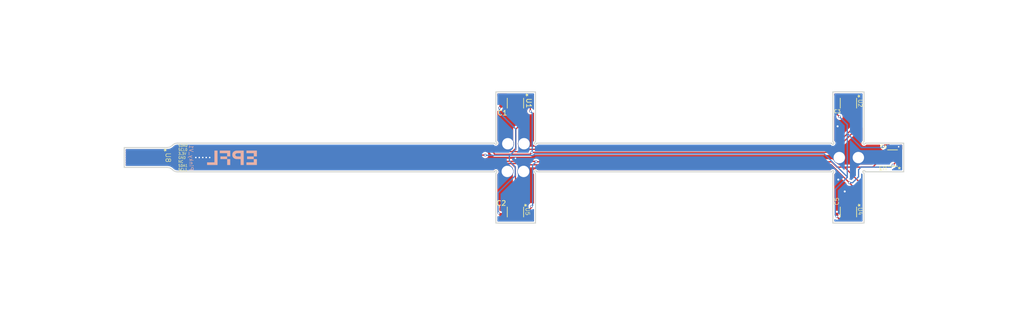
<source format=kicad_pcb>
(kicad_pcb (version 20221018) (generator pcbnew)
  (layers (0 "F.Cu" signal) (31 "B.Cu" signal) (34 "B.Paste" user) (35 "F.Paste" user) (36 "B.SilkS" user "B.Silkscreen") (37 "F.SilkS" user "F.Silkscreen") (38 "B.Mask" user) (39 "F.Mask" user) (44 "Edge.Cuts" user))
  (net 0 "")
  (net 1 "+3V3")
  (net 2 "/SDA1")
  (net 3 "/SCL1")
  (net 4 "/SCL0")
  (net 5 "/SDA0")
  (net 6 "GND")
  (footprint "MasterThesis_library:TMAG5273A2" (layer "F.Cu") (at 141.079999 129.264 -90)
    (fp_text reference "U5" (at -0.1 -2.45 -90 unlocked) (layer "F.SilkS") (effects (font (size 0.8 0.8) (thickness 0.1))))
    (fp_text value "TMAG5273A2QDBVR" hide)
    (fp_text user "*" (at -1.365249 -2.33 90) (layer "F.SilkS"))
    (fp_line (start -1.0033 1.651) (end 1.0033 1.651) (stroke (width 0.1524)) (layer "F.SilkS"))
    (fp_line (start 1.0033 -1.651) (end -1.0033 -1.651) (stroke (width 0.1524)) (layer "F.SilkS"))
    (pad "1" smd rect locked (at -1.36525 -0.950001 270) (size 0.9779 0.5588) (layers "F.Cu" "F.Paste" "F.Mask") (net 3 "/SCL1"))
    (pad "2" smd rect locked (at -1.36525 0 270) (size 0.9779 0.5588) (layers "F.Cu" "F.Paste" "F.Mask") (net 6 "GND"))
    (pad "3" smd rect locked (at -1.36525 0.950001 270) (size 0.9779 0.5588) (layers "F.Cu" "F.Paste" "F.Mask") (net 6 "GND"))
    (pad "4" smd rect locked (at 1.36525 0.950001 270) (size 0.9779 0.5588) (layers "F.Cu" "F.Paste" "F.Mask") (net 1 "+3V3"))
    (pad "5" smd rect locked (at 1.36525 0 270) (size 0.9779 0.5588) (layers "F.Cu" "F.Paste" "F.Mask") (net 6 "GND"))
    (pad "6" smd rect locked (at 1.36525 -0.950001 270) (size 0.9779 0.5588) (layers "F.Cu" "F.Paste" "F.Mask") (net 2 "/SDA1"))
  )
  (footprint "Capacitor_SMD:C_0402_1005Metric_Pad0.74x0.62mm_HandSolder" (layer "F.Cu") (at 138.129999 107.264 90)
    (fp_text reference "C1" (at -1.97 0.31 180) (layer "F.SilkS"))
    (fp_text value "0.1uF")
    (pad "1" smd roundrect (at -0.5675 0 90) (size 0.735 0.62) (layers "F.Cu" "F.Paste" "F.Mask") (net 1 "+3V3"))
    (pad "2" smd roundrect (at 0.5675 0 90) (size 0.735 0.62) (layers "F.Cu" "F.Paste" "F.Mask") (net 6 "GND"))
  )
  (footprint "Capacitor_SMD:C_0402_1005Metric_Pad0.74x0.62mm_HandSolder" (layer "F.Cu") (at 217.18 116.004)
    (fp_text reference "C4" (at -1.8 0.06 180) (layer "F.SilkS") (effects (font (size 0.7 0.7) (thickness 0.1))))
    (fp_text value "0.1uF")
    (pad "1" smd roundrect (at -0.5675 0) (size 0.735 0.62) (layers "F.Cu" "F.Paste" "F.Mask") (net 1 "+3V3"))
    (pad "2" smd roundrect (at 0.5675 0) (size 0.735 0.62) (layers "F.Cu" "F.Paste" "F.Mask") (net 6 "GND"))
  )
  (footprint "MasterThesis_library:TMAG5273A2" (layer "F.Cu") (at 217.18 118.364 180)
    (fp_text reference "U3" (at 1.93 -2.01 180 unlocked) (layer "F.SilkS") (effects (font (size 0.8 0.8) (thickness 0.1))))
    (fp_text value "TMAG5273A2QDBVR" hide)
    (fp_text user "*" (at -1.365249 -2.33) (layer "F.SilkS"))
    (fp_line (start -1.0033 1.651) (end 1.0033 1.651) (stroke (width 0.1524)) (layer "F.SilkS"))
    (fp_line (start 1.0033 -1.651) (end -1.0033 -1.651) (stroke (width 0.1524)) (layer "F.SilkS"))
    (pad "1" smd rect locked (at -1.36525 -0.950001 180) (size 0.9779 0.5588) (layers "F.Cu" "F.Paste" "F.Mask") (net 3 "/SCL1"))
    (pad "2" smd rect locked (at -1.36525 0 180) (size 0.9779 0.5588) (layers "F.Cu" "F.Paste" "F.Mask") (net 6 "GND"))
    (pad "3" smd rect locked (at -1.36525 0.950001 180) (size 0.9779 0.5588) (layers "F.Cu" "F.Paste" "F.Mask") (net 6 "GND"))
    (pad "4" smd rect locked (at 1.36525 0.950001 180) (size 0.9779 0.5588) (layers "F.Cu" "F.Paste" "F.Mask") (net 1 "+3V3"))
    (pad "5" smd rect locked (at 1.36525 0 180) (size 0.9779 0.5588) (layers "F.Cu" "F.Paste" "F.Mask") (net 6 "GND"))
    (pad "6" smd rect locked (at 1.36525 -0.950001 180) (size 0.9779 0.5588) (layers "F.Cu" "F.Paste" "F.Mask") (net 2 "/SDA1"))
  )
  (footprint "Capacitor_SMD:C_0402_1005Metric_Pad0.74x0.62mm_HandSolder" (layer "F.Cu") (at 138.129999 129.264 90)
    (fp_text reference "C2" (at 1.78 0.08) (layer "F.SilkS"))
    (fp_text value "0.1uF")
    (pad "1" smd roundrect locked (at -0.5675 0 90) (size 0.735 0.62) (layers "F.Cu" "F.Paste" "F.Mask") (net 1 "+3V3"))
    (pad "2" smd roundrect locked (at 0.5675 0 90) (size 0.735 0.62) (layers "F.Cu" "F.Paste" "F.Mask") (net 6 "GND"))
  )
  (footprint "MasterThesis_library:TMAG5273A2" (layer "F.Cu") (at 208.28 129.264 -90)
    (fp_text reference "U4" hide)
    (fp_text value "TMAG5273A2QDBVR" hide)
    (fp_text user "*" (at -1.36525 -2.47 -270) (layer "F.SilkS"))
    (fp_line (start -1.0033 1.651) (end 1.0033 1.651) (stroke (width 0.1524)) (layer "F.SilkS"))
    (fp_line (start 1.0033 -1.651) (end -1.0033 -1.651) (stroke (width 0.1524)) (layer "F.SilkS"))
    (pad "1" smd rect locked (at -1.36525 -0.950001 270) (size 0.9779 0.5588) (layers "F.Cu" "F.Paste" "F.Mask") (net 3 "/SCL1"))
    (pad "2" smd rect locked (at -1.36525 0 270) (size 0.9779 0.5588) (layers "F.Cu" "F.Paste" "F.Mask") (net 6 "GND"))
    (pad "3" smd rect locked (at -1.36525 0.950001 270) (size 0.9779 0.5588) (layers "F.Cu" "F.Paste" "F.Mask") (net 6 "GND"))
    (pad "4" smd rect locked (at 1.36525 0.950001 270) (size 0.9779 0.5588) (layers "F.Cu" "F.Paste" "F.Mask") (net 1 "+3V3"))
    (pad "5" smd rect locked (at 1.36525 0 270) (size 0.9779 0.5588) (layers "F.Cu" "F.Paste" "F.Mask") (net 6 "GND"))
    (pad "6" smd rect locked (at 1.36525 -0.950001 270) (size 0.9779 0.5588) (layers "F.Cu" "F.Paste" "F.Mask") (net 2 "/SDA1"))
  )
  (footprint "MasterThesis_library:7Pin_FingerConnector_for 0527450797" (layer "F.Cu") (at 62.43 116.564 -90)
    (fp_text reference "U8" (at 1.7 -8.55 -90 unlocked) (layer "F.SilkS") (effects (font (thickness 0.1))))
    (fp_text value "~" hide)
    (fp_text user "*" (at 0.18 -8.27 90) (layer "F.SilkS"))
    (pad "1" smd rect (at 0.2 -2 270) (size 0.3 4) (layers "F.Cu" "F.Paste" "F.Mask") (net 5 "/SDA0"))
    (pad "2" smd rect (at 0.7 -2 270) (size 0.3 4) (layers "F.Cu" "F.Paste" "F.Mask") (net 4 "/SCL0"))
    (pad "3" smd rect (at 1.2 -2 270) (size 0.3 4) (layers "F.Cu" "F.Paste" "F.Mask") (net 1 "+3V3"))
    (pad "4" smd rect (at 1.7 -2 270) (size 0.3 4) (layers "F.Cu" "F.Paste" "F.Mask") (net 6 "GND"))
    (pad "5" smd rect (at 2.2 -2 270) (size 0.3 4) (layers "F.Cu" "F.Paste" "F.Mask"))
    (pad "6" smd rect (at 2.7 -2 270) (size 0.3 4) (layers "F.Cu" "F.Paste" "F.Mask") (net 2 "/SDA1"))
    (pad "7" smd rect (at 3.2 -2 270) (size 0.3 4) (layers "F.Cu" "F.Paste" "F.Mask") (net 3 "/SCL1"))
  )
  (footprint "Capacitor_SMD:C_0402_1005Metric_Pad0.74x0.62mm_HandSolder" (layer "F.Cu") (at 205.884999 107.214 90)
    (fp_text reference "C3" (at -1.71 0.145002 180) (layer "F.SilkS") (effects (font (size 0.7 0.7) (thickness 0.1))))
    (fp_text value "0.1uF")
    (pad "1" smd roundrect (at -0.5675 0 90) (size 0.735 0.62) (layers "F.Cu" "F.Paste" "F.Mask") (net 1 "+3V3"))
    (pad "2" smd roundrect (at 0.5675 0 90) (size 0.735 0.62) (layers "F.Cu" "F.Paste" "F.Mask") (net 6 "GND"))
  )
  (footprint "MasterThesis_library:TMAG5273A2" (layer "F.Cu") (at 141.079999 107.264 -90)
    (fp_text reference "U1" (at 0 -2.7 -90 unlocked) (layer "F.SilkS"))
    (fp_text value "TMAG5273A2QDBVR" hide)
    (fp_text user "*" (at -1.65 -2.630001 90) (layer "F.SilkS"))
    (fp_line (start -1.0033 1.651) (end 1.0033 1.651) (stroke (width 0.1524)) (layer "F.SilkS"))
    (fp_line (start 1.0033 -1.651) (end -1.0033 -1.651) (stroke (width 0.1524)) (layer "F.SilkS"))
    (pad "1" smd rect locked (at -1.36525 -0.950001 270) (size 0.9779 0.5588) (layers "F.Cu" "F.Paste" "F.Mask") (net 4 "/SCL0"))
    (pad "2" smd rect locked (at -1.36525 0 270) (size 0.9779 0.5588) (layers "F.Cu" "F.Paste" "F.Mask") (net 6 "GND"))
    (pad "3" smd rect locked (at -1.36525 0.950001 270) (size 0.9779 0.5588) (layers "F.Cu" "F.Paste" "F.Mask") (net 6 "GND"))
    (pad "4" smd rect locked (at 1.36525 0.950001 270) (size 0.9779 0.5588) (layers "F.Cu" "F.Paste" "F.Mask") (net 1 "+3V3"))
    (pad "5" smd rect locked (at 1.36525 0 270) (size 0.9779 0.5588) (layers "F.Cu" "F.Paste" "F.Mask") (net 6 "GND"))
    (pad "6" smd rect locked (at 1.36525 -0.950001 270) (size 0.9779 0.5588) (layers "F.Cu" "F.Paste" "F.Mask") (net 5 "/SDA0"))
  )
  (footprint "MasterThesis_library:TMAG5273A2" (layer "F.Cu") (at 208.28 107.264 -90)
    (fp_text reference "U2" (at 0.01 -2.390001 -90 unlocked) (layer "F.SilkS") (effects (font (size 0.8 0.8) (thickness 0.1))))
    (fp_text value "TMAG5273A2QDBVR" hide)
    (fp_text user "*" (at -1.41 -2.420001 90) (layer "F.SilkS"))
    (fp_line (start -1.0033 1.651) (end 1.0033 1.651) (stroke (width 0.1524)) (layer "F.SilkS"))
    (fp_line (start 1.0033 -1.651) (end -1.0033 -1.651) (stroke (width 0.1524)) (layer "F.SilkS"))
    (pad "1" smd rect locked (at -1.36525 -0.950001 270) (size 0.9779 0.5588) (layers "F.Cu" "F.Paste" "F.Mask") (net 4 "/SCL0"))
    (pad "2" smd rect locked (at -1.36525 0 270) (size 0.9779 0.5588) (layers "F.Cu" "F.Paste" "F.Mask") (net 6 "GND"))
    (pad "3" smd rect locked (at -1.36525 0.950001 270) (size 0.9779 0.5588) (layers "F.Cu" "F.Paste" "F.Mask") (net 6 "GND"))
    (pad "4" smd rect locked (at 1.36525 0.950001 270) (size 0.9779 0.5588) (layers "F.Cu" "F.Paste" "F.Mask") (net 1 "+3V3"))
    (pad "5" smd rect locked (at 1.36525 0 270) (size 0.9779 0.5588) (layers "F.Cu" "F.Paste" "F.Mask") (net 6 "GND"))
    (pad "6" smd rect locked (at 1.36525 -0.950001 270) (size 0.9779 0.5588) (layers "F.Cu" "F.Paste" "F.Mask") (net 5 "/SDA0"))
  )
  (footprint "Capacitor_SMD:C_0402_1005Metric_Pad0.74x0.62mm_HandSolder" (layer "F.Cu") (at 205.930001 129.214 90)
    (fp_text reference "C5" (at 2.1 0 270) (layer "F.SilkS") (effects (font (size 0.8 0.8) (thickness 0.1))))
    (fp_text value "0.1uF")
    (pad "1" smd roundrect (at -0.5675 0 90) (size 0.735 0.62) (layers "F.Cu" "F.Paste" "F.Mask") (net 1 "+3V3"))
    (pad "2" smd roundrect (at 0.5675 0 90) (size 0.735 0.62) (layers "F.Cu" "F.Paste" "F.Mask") (net 6 "GND"))
  )
  (footprint "LOGO" (layer "B.Cu") (at 83.873722 118.289414 180)
    (fp_text reference "G***" hide)
    (fp_text value "LOGO" hide)
    (fp_poly (pts (xy 0.975206 -0.878347) (xy 0.975206 -1.473974) (xy 0.6625 -1.473974) (xy 0.349794 -1.473974) (xy 0.3517 -0.88029) (xy 0.353605 -0.286606) (xy 0.664406 -0.284663) (xy 0.975206 -0.28272)) (fill solid) (layer "B.SilkS"))
    (fp_poly (pts (xy 2.337515 -0.014888) (xy 2.337515 -0.282884) (xy 1.660083 -0.282884) (xy 0.98265 -0.282884) (xy 0.98265 -0.014888) (xy 0.98265 0.253107) (xy 1.660083 0.253107) (xy 2.337515 0.253107)) (fill solid) (layer "B.SilkS"))
    (fp_poly (pts (xy -2.910726 1.176202) (xy -2.910726 0.908207) (xy -3.651436 0.908207) (xy -4.392145 0.908207) (xy -4.392145 0.580657) (xy -4.392145 0.253107) (xy -4.708528 0.253107) (xy -5.024912 0.253107) (xy -5.024912 0.848652) (xy -5.024912 1.444197) (xy -3.967819 1.444197) (xy -2.910726 1.444197)) (fill solid) (layer "B.SilkS"))
    (fp_poly (pts (xy 2.464068 1.176202) (xy 2.464068 0.908207) (xy 1.723359 0.908207) (xy 0.98265 0.908207) (xy 0.98265 0.580657) (xy 0.98265 0.253107) (xy 0.666267 0.253107) (xy 0.349883 0.253107) (xy 0.349883 0.848652) (xy 0.349883 1.444197) (xy 1.406976 1.444197) (xy 2.464068 1.444197)) (fill solid) (layer "B.SilkS"))
    (fp_poly (pts (xy 3.550938 0.253107) (xy 3.550938 -0.937983) (xy 4.291648 -0.937983) (xy 5.032357 -0.937983) (xy 5.032357 -1.205979) (xy 5.032357 -1.473974) (xy 3.975264 -1.473974) (xy 2.918172 -1.473974) (xy 2.918172 -0.014888) (xy 2.918172 1.444197) (xy 3.234555 1.444197) (xy 3.550938 1.444197)) (fill solid) (layer "B.SilkS"))
    (fp_poly (pts (xy -3.03728 -0.014888) (xy -3.03728 -0.282884) (xy -3.714712 -0.282884) (xy -4.392145 -0.282884) (xy -4.392145 -0.610433) (xy -4.392145 -0.937983) (xy -3.651436 -0.937983) (xy -2.910726 -0.937983) (xy -2.910726 -1.205979) (xy -2.910726 -1.473974) (xy -3.967819 -1.473974) (xy -5.024912 -1.473974) (xy -5.024912 -0.878429) (xy -5.024912 -0.282884) (xy -4.708528 -0.282884) (xy -4.392145 -0.282884) (xy -4.392145 -0.014888) (xy -4.392145 0.253107) (xy -3.714712 0.253107) (xy -3.03728 0.253107)) (fill solid) (layer "B.SilkS"))
    (fp_poly (pts (xy -1.620999 1.442316) (xy -1.497265 1.441883) (xy -1.387492 1.441446) (xy -1.290756 1.440988) (xy -1.20613 1.440492) (xy -1.132687 1.439941) (xy -1.069501 1.439317) (xy -1.015645 1.438603) (xy -0.970194 1.437782) (xy -0.932221 1.436838) (xy -0.9008 1.435752) (xy -0.875004 1.434508) (xy -0.853907 1.433088) (xy -0.836583 1.431477) (xy -0.822106 1.429655) (xy -0.809548 1.427607) (xy -0.807708 1.427266) (xy -0.688658 1.399063) (xy -0.577581 1.360831) (xy -0.475426 1.313106) (xy -0.38314 1.256421) (xy -0.301672 1.191311) (xy -0.231969 1.118309) (xy -0.21023 1.090592) (xy -0.163075 1.016104) (xy -0.123622 0.931174) (xy -0.092545 0.838489) (xy -0.070522 0.740733) (xy -0.058228 0.640593) (xy -0.056341 0.540755) (xy -0.059493 0.491973) (xy -0.075932 0.38165) (xy -0.103571 0.277803) (xy -0.141868 0.182068) (xy -0.190281 0.096082) (xy -0.191065 0.0949) (xy -0.250646 0.018344) (xy -0.322623 -0.051368) (xy -0.40582 -0.113516) (xy -0.499062 -0.167376) (xy -0.601171 -0.212228) (xy -0.710973 -0.247348) (xy -0.771977 -0.261788) (xy -0.789252 -0.265298) (xy -0.805766 -0.268293) (xy -0.822843 -0.270823) (xy -0.841808 -0.272936) (xy -0.863986 -0.274682) (xy -0.890701 -0.276109) (xy -0.923279 -0.277265) (xy -0.963042 -0.278201) (xy -1.011317 -0.278965) (xy -1.069428 -0.279605) (xy -1.138699 -0.280171) (xy -1.220455 -0.280711) (xy -1.297171 -0.281166) (xy -1.741969 -0.283737) (xy -1.741969 -0.878855) (xy -1.741969 -1.473974) (xy -2.05463 -1.473974) (xy -2.367291 -1.473974) (xy -2.367291 -0.014586) (xy -2.367291 0.908207) (xy -1.749413 0.908207) (xy -1.749413 0.579841) (xy -1.749413 0.251475) (xy -1.39767 0.255159) (xy -1.314525 0.256078) (xy -1.244759 0.256987) (xy -1.186863 0.257954) (xy -1.139326 0.259044) (xy -1.100639 0.260325) (xy -1.069292 0.261864) (xy -1.043777 0.263727) (xy -1.022582 0.265981) (xy -1.0042 0.268693) (xy -0.987119 0.27193) (xy -0.978927 0.273692) (xy -0.903151 0.294027) (xy -0.84021 0.318929) (xy -0.788522 0.349246) (xy -0.746504 0.385826) (xy -0.727149 0.408651) (xy -0.7033 0.443845) (xy -0.687556 0.478093) (xy -0.67851 0.516006) (xy -0.674751 0.562195) (xy -0.674424 0.581134) (xy -0.674651 0.615864) (xy -0.676471 0.640834) (xy -0.680897 0.661161) (xy -0.688943 0.681964) (xy -0.69829 0.701619) (xy -0.731688 0.753078) (xy -0.777471 0.798375) (xy -0.834003 0.836359) (xy -0.899647 0.865877) (xy -0.954219 0.881847) (xy -0.986809 0.887471) (xy -1.032906 0.892558) (xy -1.091137 0.897041) (xy -1.160128 0.900858) (xy -1.238505 0.903943) (xy -1.324894 0.906233) (xy -1.417922 0.907663) (xy -1.516215 0.908168) (xy -1.516779 0.908168) (xy -1.749413 0.908207) (xy -2.367291 0.908207) (xy -2.367291 1.444802)) (fill solid) (layer "B.SilkS"))
  )
  (gr_line (start 204.879997 121.144002) (end 145.379998 121.144002) (stroke (width 0.2)) (layer "Edge.Cuts"))
  (gr_line (start 137.129997 104.994002) (end 145.129998 104.994003) (stroke (width 0.2)) (layer "Edge.Cuts"))
  (gr_arc (start 205.129998 115.094002) (mid 205.306775 115.52078) (end 204.879997 115.344003) (stroke (width 0.2)) (layer "Edge.Cuts"))
  (gr_line (start 145.129998 104.994003) (end 145.129998 115.094002) (stroke (width 0.2)) (layer "Edge.Cuts"))
  (gr_line (start 137.129997 131.494003) (end 137.129998 121.394003) (stroke (width 0.2)) (layer "Edge.Cuts"))
  (gr_line (start 211.429997 104.994002) (end 211.429998 115.094002) (stroke (width 0.2)) (layer "Edge.Cuts"))
  (gr_arc (start 145.379998 115.344003) (mid 144.953221 115.52078) (end 145.129998 115.094002) (stroke (width 0.2)) (layer "Edge.Cuts"))
  (gr_line (start 145.379998 115.344003) (end 204.879997 115.344003) (stroke (width 0.2)) (layer "Edge.Cuts"))
  (gr_arc (start 137.129998 115.094002) (mid 137.306775 115.52078) (end 136.879997 115.344003) (stroke (width 0.2)) (layer "Edge.Cuts"))
  (gr_line (start 219.429998 115.344003) (end 219.429998 121.144002) (stroke (width 0.2)) (layer "Edge.Cuts"))
  (gr_line (start 145.129998 121.394003) (end 145.129998 131.494002) (stroke (width 0.2)) (layer "Edge.Cuts"))
  (gr_line (start 205.129998 115.094002) (end 205.129998 104.994003) (stroke (width 0.2)) (layer "Edge.Cuts"))
  (gr_line (start 145.129998 131.494002) (end 137.129997 131.494003) (stroke (width 0.2)) (layer "Edge.Cuts"))
  (gr_arc (start 211.679998 115.344002) (mid 211.253219 115.520779) (end 211.429998 115.094002) (stroke (width 0.2)) (layer "Edge.Cuts"))
  (gr_line (start 62.129997 116.244002) (end 70.755225 116.244002) (stroke (width 0.2)) (layer "Edge.Cuts"))
  (gr_arc (start 211.429997 121.394002) (mid 211.253222 120.967225) (end 211.679997 121.144002) (stroke (width 0.2)) (layer "Edge.Cuts"))
  (gr_arc (start 145.129998 121.394003) (mid 144.953221 120.967225) (end 145.379998 121.144002) (stroke (width 0.2)) (layer "Edge.Cuts"))
  (gr_line (start 205.129998 104.994003) (end 211.429997 104.994002) (stroke (width 0.2)) (layer "Edge.Cuts"))
  (gr_line (start 211.429997 131.494003) (end 205.129998 131.494002) (stroke (width 0.2)) (layer "Edge.Cuts"))
  (gr_line (start 219.429998 121.144002) (end 211.679997 121.144002) (stroke (width 0.2)) (layer "Edge.Cuts"))
  (gr_arc (start 71.826439 115.794003) (mid 72.316706 115.46107) (end 72.897654 115.344003) (stroke (width 0.2)) (layer "Edge.Cuts"))
  (gr_line (start 72.897654 115.344003) (end 136.879997 115.344003) (stroke (width 0.2)) (layer "Edge.Cuts"))
  (gr_line (start 62.129997 120.244002) (end 62.129997 116.244002) (stroke (width 0.2)) (layer "Edge.Cuts"))
  (gr_arc (start 72.897654 121.144002) (mid 72.316706 121.026935) (end 71.826439 120.694002) (stroke (width 0.2)) (layer "Edge.Cuts"))
  (gr_line (start 70.755225 120.244002) (end 62.129997 120.244002) (stroke (width 0.2)) (layer "Edge.Cuts"))
  (gr_line (start 211.679998 115.344002) (end 219.429998 115.344003) (stroke (width 0.2)) (layer "Edge.Cuts"))
  (gr_line (start 137.129998 115.094002) (end 137.129997 104.994002) (stroke (width 0.2)) (layer "Edge.Cuts"))
  (gr_line (start 136.879997 121.144002) (end 72.897654 121.144002) (stroke (width 0.2)) (layer "Edge.Cuts"))
  (gr_line (start 211.429997 121.394002) (end 211.429997 131.494003) (stroke (width 0.2)) (layer "Edge.Cuts"))
  (gr_arc (start 204.879997 121.144002) (mid 205.306775 120.967225) (end 205.129998 121.394003) (stroke (width 0.2)) (layer "Edge.Cuts"))
  (gr_line (start 205.129998 131.494002) (end 205.129998 121.394003) (stroke (width 0.2)) (layer "Edge.Cuts"))
  (gr_arc (start 70.755225 120.244002) (mid 71.336166 120.361079) (end 71.826439 120.694002) (stroke (width 0.2)) (layer "Edge.Cuts"))
  (gr_arc (start 71.826439 115.794003) (mid 71.336172 116.126935) (end 70.755225 116.244002) (stroke (width 0.2)) (layer "Edge.Cuts"))
  (gr_arc (start 136.879997 121.144002) (mid 137.306775 120.967225) (end 137.129998 121.394003) (stroke (width 0.2)) (layer "Edge.Cuts"))
  (gr_text "Pinky_V1" (at 75.173724 120.983524 270) (layer "B.SilkS") (effects (font (size 0.8 0.8) (thickness 0.1)) (justify left bottom mirror)))
  (gr_text "U4" (at 210.64 129.114 270) (layer "F.SilkS") (effects (font (size 0.8 0.8) (thickness 0.1))))
  (gr_text "SDA0\nSCL0\n3.3V\nGND\nNC\nSDA1\nSCL1\n" (at 72.973724 120.989415) (layer "F.SilkS") (effects (font (size 0.5 0.5) (thickness 0.075) bold) (justify left bottom)))
  (segment (start 72.849999 117.754) (end 64.449999 117.754) (width 0.25) (layer "F.Cu") (net 1))
  (segment (start 216.4425 115.714) (end 215.599501 115.714) (width 0.25) (layer "F.Cu") (net 1))
  (segment (start 73.149999 117.454) (end 72.849999 117.754) (width 0.25) (layer "F.Cu") (net 1))
  (segment (start 216.6225 116.61625) (end 216.6225 115.894) (width 0.25) (layer "F.Cu") (net 1))
  (segment (start 138.129999 107.8315) (end 137.85 108.111499) (width 0.25) (layer "F.Cu") (net 1))
  (segment (start 138.129999 129.8315) (end 139.332248 129.8315) (width 0.25) (layer "F.Cu") (net 1))
  (segment (start 137.709999 129.484) (end 137.782499 129.484) (width 0.25) (layer "F.Cu") (net 1))
  (segment (start 137.782499 129.484) (end 138.129999 129.8315) (width 0.25) (layer "F.Cu") (net 1))
  (segment (start 79.669999 117.454) (end 73.149999 117.454) (width 0.25) (layer "F.Cu") (net 1))
  (segment (start 216.6225 115.894) (end 216.4425 115.714) (width 0.25) (layer "F.Cu") (net 1))
  (segment (start 207.339999 108.57925) (end 206.542249 107.7815) (width 0.25) (layer "F.Cu") (net 1))
  (segment (start 207.339999 130.57925) (end 206.325251 130.57925) (width 0.25) (layer "F.Cu") (net 1))
  (segment (start 206.542249 107.7815) (end 205.884999 107.7815) (width 0.25) (layer "F.Cu") (net 1))
  (segment (start 139.332248 107.8315) (end 140.129998 108.62925) (width 0.25) (layer "F.Cu") (net 1))
  (segment (start 215.874751 117.363999) (end 216.6225 116.61625) (width 0.25) (layer "F.Cu") (net 1))
  (segment (start 134.969999 117.764) (end 79.979999 117.764) (width 0.25) (layer "F.Cu") (net 1))
  (segment (start 139.332248 129.8315) (end 140.129998 130.62925) (width 0.25) (layer "F.Cu") (net 1))
  (segment (start 138.129999 107.8315) (end 139.332248 107.8315) (width 0.25) (layer "F.Cu") (net 1))
  (segment (start 206.325251 130.57925) (end 205.930001 130.184) (width 0.25) (layer "F.Cu") (net 1))
  (segment (start 79.979999 117.764) (end 79.669999 117.454) (width 0.25) (layer "F.Cu") (net 1))
  (segment (start 205.680001 109.214) (end 206.470001 110.004) (width 0.25) (layer "F.Cu") (net 1))
  (segment (start 205.884999 107.7815) (end 205.680001 107.986498) (width 0.25) (layer "F.Cu") (net 1))
  (segment (start 205.680001 107.986498) (end 205.680001 109.214) (width 0.25) (layer "F.Cu") (net 1))
  (segment (start 205.930001 130.184) (end 205.930001 129.7815) (width 0.25) (layer "F.Cu") (net 1))
  (segment (start 215.599501 115.714) (end 215.320001 115.9935) (width 0.25) (layer "F.Cu") (net 1))
  (segment (start 137.85 108.111499) (end 137.85 108.233994) (width 0.25) (layer "F.Cu") (net 1))
  (via (at 137.709999 129.484) (size 0.5) (drill 0.3) (layers "F.Cu" "B.Cu") (net 1))
  (via (at 205.930001 130.18398) (size 0.5) (drill 0.3) (layers "F.Cu" "B.Cu") (net 1))
  (via (at 215.320001 115.9935) (size 0.5) (drill 0.3) (layers "F.Cu" "B.Cu") (net 1))
  (via (at 137.85 108.233994) (size 0.5) (drill 0.3) (layers "F.Cu" "B.Cu") (net 1))
  (via (at 206.470001 110.004) (size 0.5) (drill 0.3) (layers "F.Cu" "B.Cu") (net 1))
  (via (at 134.969999 117.764) (size 0.5) (drill 0.3) (layers "F.Cu" "B.Cu") (net 1))
  (segment (start 208.045 122.254) (end 205.620001 124.678999) (width 0.25) (layer "B.Cu") (net 1))
  (segment (start 137.56 129.334001) (end 137.56 125.394) (width 0.25) (layer "B.Cu") (net 1))
  (segment (start 134.989999 117.784) (end 135.009999 117.804) (width 0.25) (layer "B.Cu") (net 1))
  (segment (start 139.99 117.784) (end 141.134999 116.639001) (width 0.25) (layer "B.Cu") (net 1))
  (segment (start 203.4 117.514) (end 208.045 122.159) (width 0.25) (layer "B.Cu") (net 1))
  (segment (start 208.045 113.388999) (end 210.890001 116.234) (width 0.25) (layer "B.Cu") (net 1))
  (segment (start 137.85 109.204) (end 137.85 108.233994) (width 0.25) (layer "B.Cu") (net 1))
  (segment (start 139.85 118.914) (end 139.85 117.804) (width 0.25) (layer "B.Cu") (net 1))
  (segment (start 144.6506 117.809) (end 144.9556 117.504) (width 0.25) (layer "B.Cu") (net 1))
  (segment (start 144.9556 117.504) (end 203.39 117.504) (width 0.25) (layer "B.Cu") (net 1))
  (segment (start 208.045 112.944) (end 208.045 113.388999) (width 0.25) (layer "B.Cu") (net 1))
  (segment (start 144.1494 117.809) (end 144.6506 117.809) (width 0.25) (layer "B.Cu") (net 1))
  (segment (start 208.045 111.588999) (end 206.470001 110.014) (width 0.25) (layer "B.Cu") (net 1))
  (segment (start 205.620001 124.678999) (end 205.620001 129.87398) (width 0.25) (layer "B.Cu") (net 1))
  (segment (start 206.470001 110.014) (end 206.470001 110.004) (width 0.25) (layer "B.Cu") (net 1))
  (segment (start 215.079501 116.234) (end 215.320001 115.9935) (width 0.25) (layer "B.Cu") (net 1))
  (segment (start 141.134999 116.639001) (end 141.134999 112.488999) (width 0.25) (layer "B.Cu") (net 1))
  (segment (start 134.989999 117.784) (end 134.969999 117.764) (width 0.25) (layer "B.Cu") (net 1))
  (segment (start 137.709999 129.484) (end 137.56 129.334001) (width 0.25) (layer "B.Cu") (net 1))
  (segment (start 203.39 117.504) (end 203.4 117.514) (width 0.25) (layer "B.Cu") (net 1))
  (segment (start 135.009999 117.804) (end 139.85 117.804) (width 0.25) (layer "B.Cu") (net 1))
  (segment (start 141.034999 121.919001) (end 141.034999 120.098999) (width 0.25) (layer "B.Cu") (net 1))
  (segment (start 137.56 125.394) (end 141.034999 121.919001) (width 0.25) (layer "B.Cu") (net 1))
  (segment (start 139.85 117.804) (end 144.1444 117.804) (width 0.25) (layer "B.Cu") (net 1))
  (segment (start 141.034999 120.098999) (end 139.85 118.914) (width 0.25) (layer "B.Cu") (net 1))
  (segment (start 144.1444 117.804) (end 144.1494 117.809) (width 0.25) (layer "B.Cu") (net 1))
  (segment (start 141.134999 112.488999) (end 137.85 109.204) (width 0.25) (layer "B.Cu") (net 1))
  (segment (start 208.045 122.159) (end 208.045 122.254) (width 0.25) (layer "B.Cu") (net 1))
  (segment (start 205.620001 129.87398) (end 205.930001 130.18398) (width 0.25) (layer "B.Cu") (net 1))
  (segment (start 208.045 122.254) (end 208.045 111.588999) (width 0.25) (layer "B.Cu") (net 1))
  (segment (start 210.890001 116.234) (end 215.079501 116.234) (width 0.25) (layer "B.Cu") (net 1))
  (segment (start 205.97 120.194) (end 204.89 119.114) (width 0.25) (layer "F.Cu") (net 2))
  (segment (start 145.26 119.114) (end 145.25 119.104) (width 0.25) (layer "F.Cu") (net 2))
  (segment (start 145.175 119.029) (end 145.25 119.104) (width 0.25) (layer "F.Cu") (net 2))
  (segment (start 214.12 119.264001) (end 215.874751 119.264001) (width 0.25) (layer "F.Cu") (net 2))
  (segment (start 213.190001 120.194) (end 214.12 119.264001) (width 0.25) (layer "F.Cu") (net 2))
  (segment (start 73.05 119.914) (end 135.06 119.914) (width 0.25) (layer "F.Cu") (net 2))
  (segment (start 207.37 120.194) (end 207.47 120.194) (width 0.25) (layer "F.Cu") (net 2))
  (segment (start 142.03 130.62925) (end 144.33 128.32925) (width 0.25) (layer "F.Cu") (net 2))
  (segment (start 144.33 128.32925) (end 144.33 128.114) (width 0.25) (layer "F.Cu") (net 2))
  (segment (start 207.47 120.194) (end 210.63 123.354) (width 0.25) (layer "F.Cu") (net 2))
  (segment (start 135.945 119.029) (end 145.175 119.029) (width 0.25) (layer "F.Cu") (net 2))
  (segment (start 204.89 119.114) (end 145.26 119.114) (width 0.25) (layer "F.Cu") (net 2))
  (segment (start 64.449999 119.254) (end 72.39 119.254) (width 0.25) (layer "F.Cu") (net 2))
  (segment (start 135.06 119.914) (end 135.945 119.029) (width 0.25) (layer "F.Cu") (net 2))
  (segment (start 210.63 123.354) (end 210.63 129.189251) (width 0.25) (layer "F.Cu") (net 2))
  (segment (start 207.37 120.194) (end 205.97 120.194) (width 0.25) (layer "F.Cu") (net 2))
  (segment (start 207.37 120.194) (end 213.190001 120.194) (width 0.25) (layer "F.Cu") (net 2))
  (segment (start 210.63 129.189251) (end 209.240001 130.57925) (width 0.25) (layer "F.Cu") (net 2))
  (segment (start 72.39 119.254) (end 73.05 119.914) (width 0.25) (layer "F.Cu") (net 2))
  (via (at 144.33 128.114) (size 0.5) (drill 0.3) (layers "F.Cu" "B.Cu") (net 2))
  (via (at 145.25 119.104) (size 0.5) (drill 0.3) (layers "F.Cu" "B.Cu") (net 2))
  (segment (start 144.33 128.114) (end 144.54 127.904) (width 0.25) (layer "B.Cu") (net 2))
  (segment (start 144.54 127.904) (end 144.54 119.814) (width 0.25) (layer "B.Cu") (net 2))
  (segment (start 144.54 119.814) (end 145.25 119.104) (width 0.25) (layer "B.Cu") (net 2))
  (segment (start 141.079999 125.414) (end 142.03 126.364001) (width 0.25) (layer "F.Cu") (net 3))
  (segment (start 136.65 120.704) (end 137.895 119.459) (width 0.25) (layer "F.Cu") (net 3))
  (segment (start 140.254999 119.459) (end 143.5094 119.459) (width 0.25) (layer "F.Cu") (net 3))
  (segment (start 137.895 119.459) (end 140.254999 119.459) (width 0.25) (layer "F.Cu") (net 3))
  (segment (start 217.28 119.764) (end 217.779999 119.264001) (width 0.25) (layer "F.Cu") (net 3))
  (segment (start 217.779999 119.264001) (end 218.45525 119.264001) (width 0.25) (layer "F.Cu") (net 3))
  (segment (start 209.240001 124.134) (end 209.240001 127.84875) (width 0.25) (layer "F.Cu") (net 3))
  (segment (start 64.449999 119.754) (end 71.899999 119.754) (width 0.25) (layer "F.Cu") (net 3))
  (segment (start 143.5094 119.459) (end 143.7744 119.724) (width 0.25) (layer "F.Cu") (net 3))
  (segment (start 204.830002 119.724) (end 209.240001 124.134) (width 0.25) (layer "F.Cu") (net 3))
  (segment (start 141.079999 120.284) (end 141.079999 125.414) (width 0.25) (layer "F.Cu") (net 3))
  (segment (start 72.849999 120.704) (end 136.65 120.704) (width 0.25) (layer "F.Cu") (net 3))
  (segment (start 140.254999 119.459) (end 141.079999 120.284) (width 0.25) (layer "F.Cu") (net 3))
  (segment (start 71.899999 119.754) (end 72.849999 120.704) (width 0.25) (layer "F.Cu") (net 3))
  (segment (start 142.03 126.364001) (end 142.03 127.89875) (width 0.25) (layer "F.Cu") (net 3))
  (segment (start 143.7744 119.724) (end 204.830002 119.724) (width 0.25) (layer "F.Cu") (net 3))
  (via (at 217.28 119.764) (size 0.5) (drill 0.3) (layers "F.Cu" "B.Cu") (net 3))
  (via (at 208.460001 123.344) (size 0.5) (drill 0.3) (layers "F.Cu" "B.Cu") (net 3))
  (segment (start 209.120001 123.344) (end 210.320001 122.144) (width 0.25) (layer "B.Cu") (net 3))
  (segment (start 210.320001 120.704) (end 210.830001 120.194) (width 0.25) (layer "B.Cu") (net 3))
  (segment (start 208.460001 123.344) (end 209.120001 123.344) (width 0.25) (layer "B.Cu") (net 3))
  (segment (start 210.320001 122.144) (end 210.320001 120.704) (width 0.25) (layer "B.Cu") (net 3))
  (segment (start 210.830001 120.194) (end 216.85 120.194) (width 0.25) (layer "B.Cu") (net 3))
  (segment (start 216.85 120.194) (end 217.28 119.764) (width 0.25) (layer "B.Cu") (net 3))
  (segment (start 64.449999 117.254) (end 72.449999 117.254) (width 0.25) (layer "F.Cu") (net 4))
  (segment (start 72.999999 116.704) (end 136.06 116.704) (width 0.25) (layer "F.Cu") (net 4))
  (segment (start 136.06 116.704) (end 136.94 117.584) (width 0.25) (layer "F.Cu") (net 4))
  (segment (start 210.68 107.288749) (end 209.240001 105.84875) (width 0.25) (layer "F.Cu") (net 4))
  (segment (start 136.94 117.584) (end 144.02 117.584) (width 0.25) (layer "F.Cu") (net 4))
  (segment (start 72.449999 117.254) (end 72.999999 116.704) (width 0.25) (layer "F.Cu") (net 4))
  (segment (start 144.4 117.204) (end 205.180188 117.204) (width 0.25) (layer "F.Cu") (net 4))
  (segment (start 144.079999 107.034) (end 142.944749 105.89875) (width 0.25) (layer "F.Cu") (net 4))
  (segment (start 142.944749 105.89875) (end 142.03 105.89875) (width 0.25) (layer "F.Cu") (net 4))
  (segment (start 205.180188 117.204) (end 210.68 111.704188) (width 0.25) (layer "F.Cu") (net 4))
  (segment (start 144.079999 108.884) (end 144.079999 107.034) (width 0.25) (layer "F.Cu") (net 4))
  (segment (start 210.68 111.704188) (end 210.68 107.288749) (width 0.25) (layer "F.Cu") (net 4))
  (segment (start 144.02 117.584) (end 144.4 117.204) (width 0.25) (layer "F.Cu") (net 4))
  (via (at 144.079999 108.884) (size 0.5) (drill 0.3) (layers "F.Cu" "B.Cu") (net 4))
  (via (at 144.4 117.204) (size 0.5) (drill 0.3) (layers "F.Cu" "B.Cu") (net 4))
  (segment (start 144.47 117.134) (end 144.4 117.204) (width 0.25) (layer "B.Cu") (net 4))
  (segment (start 144.47 109.274001) (end 144.47 117.134) (width 0.25) (layer "B.Cu") (net 4))
  (segment (start 144.079999 108.884) (end 144.47 109.274001) (width 0.25) (layer "B.Cu") (net 4))
  (segment (start 204.88 116.594) (end 143.949812 116.594) (width 0.25) (layer "F.Cu") (net 5))
  (segment (start 143.474812 117.069) (end 143.949812 116.594) (width 0.25) (layer "F.Cu") (net 5))
  (segment (start 72.749999 115.904) (end 136.13 115.904) (width 0.25) (layer "F.Cu") (net 5))
  (segment (start 71.899999 116.754) (end 72.749999 115.904) (width 0.25) (layer "F.Cu") (net 5))
  (segment (start 140.465 117.069) (end 143.474812 117.069) (width 0.25) (layer "F.Cu") (net 5))
  (segment (start 136.13 115.904) (end 137.295 117.069) (width 0.25) (layer "F.Cu") (net 5))
  (segment (start 204.900001 116.594) (end 209.240001 112.254) (width 0.25) (layer "F.Cu") (net 5))
  (segment (start 141.15 116.384) (end 141.15 112.523999) (width 0.25) (layer "F.Cu") (net 5))
  (segment (start 142.03 111.643999) (end 142.03 108.62925) (width 0.25) (layer "F.Cu") (net 5))
  (segment (start 64.449999 116.754) (end 71.899999 116.754) (width 0.25) (layer "F.Cu") (net 5))
  (segment (start 204.88 116.594) (end 204.900001 116.594) (width 0.25) (layer "F.Cu") (net 5))
  (segment (start 141.15 112.523999) (end 142.03 111.643999) (width 0.25) (layer "F.Cu") (net 5))
  (segment (start 137.295 117.069) (end 140.465 117.069) (width 0.25) (layer "F.Cu") (net 5))
  (segment (start 209.240001 112.254) (end 209.240001 108.57925) (width 0.25) (layer "F.Cu") (net 5))
  (segment (start 141.15 116.384) (end 140.465 117.069) (width 0.25) (layer "F.Cu") (net 5))
  (segment (start 218.605251 117.363999) (end 218.605251 116.26925) (width 0.25) (layer "F.Cu") (net 6))
  (segment (start 64.449999 118.254) (end 79.373724 118.254) (width 0.25) (layer "F.Cu") (net 6))
  (segment (start 218.240001 115.904) (end 218.410001 116.074) (width 0.25) (layer "F.Cu") (net 6))
  (segment (start 205.884999 106.339001) (end 206.31525 105.90875) (width 0.25) (layer "F.Cu") (net 6))
  (segment (start 218.605251 116.26925) (end 218.410001 116.074) (width 0.25) (layer "F.Cu") (net 6))
  (segment (start 205.884999 106.6465) (end 205.884999 106.339001) (width 0.25) (layer "F.Cu") (net 6))
  (segment (start 206.31525 105.90875) (end 207.329999 105.90875) (width 0.25) (layer "F.Cu") (net 6))
  (segment (start 217.7675 115.904) (end 218.240001 115.904) (width 0.25) (layer "F.Cu") (net 6))
  (via (at 77.973722 118.254) (size 0.5) (drill 0.3) (layers "F.Cu" "B.Cu") (net 6))
  (via (at 78.673725 118.254) (size 0.5) (drill 0.3) (layers "F.Cu" "B.Cu") (net 6))
  (via (at 142.729999 121.064) (size 2.5) (drill 2.3) (layers "F.Cu" "B.Cu") (net 6))
  (via (at 142.809999 115.464) (size 2.5) (drill 2.3) (layers "F.Cu" "B.Cu") (net 6))
  (via (at 207.530001 125.114) (size 0.8) (drill 0.4) (layers "F.Cu" "B.Cu") (net 6))
  (via (at 141.08 118.414) (size 0.5) (drill 0.3) (layers "F.Cu" "B.Cu") (net 6))
  (via (at 206.090001 111.944) (size 0.8) (drill 0.4) (layers "F.Cu" "B.Cu") (net 6))
  (via (at 210.28 118.264) (size 2.5) (drill 2.3) (layers "F.Cu" "B.Cu") (net 6))
  (via (at 139.529999 115.464) (size 2.5) (drill 2.3) (layers "F.Cu" "B.Cu") (net 6))
  (via (at 206.43 118.264) (size 2.5) (drill 2.3) (layers "F.Cu" "B.Cu") (net 6))
  (via (at 79.373724 118.254) (size 0.5) (drill 0.3) (layers "F.Cu" "B.Cu") (net 6))
  (via (at 206.230001 122.714) (size 0.8) (drill 0.4) (layers "F.Cu" "B.Cu") (net 6))
  (via (at 76.573724 118.254) (size 0.5) (drill 0.3) (layers "F.Cu" "B.Cu") (net 6))
  (via (at 218.410001 116.074) (size 0.5) (drill 0.3) (layers "F.Cu" "B.Cu") (net 6))
  (via (at 139.429999 121.064) (size 2.5) (drill 2.3) (layers "F.Cu" "B.Cu") (net 6))
  (via (at 77.273723 118.254) (size 0.5) (drill 0.3) (layers "F.Cu" "B.Cu") (net 6))
  (zone (net 6) (net_name "GND") (layers "F&B.Cu") (connect_pads (clearance 0.4)) (min_thickness 0.2) (fill yes (thermal_gap 0.5) (thermal_bridge_width 0.5))
    (polygon (pts (xy 243.324268 86.921919) (xy 37.354268 86.411919) (xy 37.054267 148.811919) (xy 243.724267 149.521919)))
  )
)
</source>
